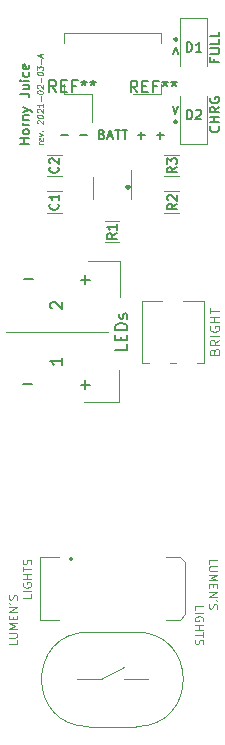
<source format=gbr>
%TF.GenerationSoftware,KiCad,Pcbnew,(5.1.6)-1*%
%TF.CreationDate,2021-02-04T17:03:45-05:00*%
%TF.ProjectId,horny_charger,686f726e-795f-4636-9861-726765722e6b,rev?*%
%TF.SameCoordinates,Original*%
%TF.FileFunction,Legend,Top*%
%TF.FilePolarity,Positive*%
%FSLAX46Y46*%
G04 Gerber Fmt 4.6, Leading zero omitted, Abs format (unit mm)*
G04 Created by KiCad (PCBNEW (5.1.6)-1) date 2021-02-04 17:03:45*
%MOMM*%
%LPD*%
G01*
G04 APERTURE LIST*
%ADD10C,0.300000*%
%ADD11C,0.125000*%
%ADD12C,0.120000*%
%ADD13C,0.150000*%
%ADD14C,0.200000*%
G04 APERTURE END LIST*
D10*
X148425000Y-54485714D02*
X148496428Y-54557142D01*
X148425000Y-54628571D01*
X148353571Y-54557142D01*
X148425000Y-54485714D01*
X148425000Y-54628571D01*
D11*
X155742857Y-68457142D02*
X155780952Y-68342857D01*
X155819047Y-68304761D01*
X155895238Y-68266666D01*
X156009523Y-68266666D01*
X156085714Y-68304761D01*
X156123809Y-68342857D01*
X156161904Y-68419047D01*
X156161904Y-68723809D01*
X155361904Y-68723809D01*
X155361904Y-68457142D01*
X155400000Y-68380952D01*
X155438095Y-68342857D01*
X155514285Y-68304761D01*
X155590476Y-68304761D01*
X155666666Y-68342857D01*
X155704761Y-68380952D01*
X155742857Y-68457142D01*
X155742857Y-68723809D01*
X156161904Y-67466666D02*
X155780952Y-67733333D01*
X156161904Y-67923809D02*
X155361904Y-67923809D01*
X155361904Y-67619047D01*
X155400000Y-67542857D01*
X155438095Y-67504761D01*
X155514285Y-67466666D01*
X155628571Y-67466666D01*
X155704761Y-67504761D01*
X155742857Y-67542857D01*
X155780952Y-67619047D01*
X155780952Y-67923809D01*
X156161904Y-67123809D02*
X155361904Y-67123809D01*
X155400000Y-66323809D02*
X155361904Y-66400000D01*
X155361904Y-66514285D01*
X155400000Y-66628571D01*
X155476190Y-66704761D01*
X155552380Y-66742857D01*
X155704761Y-66780952D01*
X155819047Y-66780952D01*
X155971428Y-66742857D01*
X156047619Y-66704761D01*
X156123809Y-66628571D01*
X156161904Y-66514285D01*
X156161904Y-66438095D01*
X156123809Y-66323809D01*
X156085714Y-66285714D01*
X155819047Y-66285714D01*
X155819047Y-66438095D01*
X156161904Y-65942857D02*
X155361904Y-65942857D01*
X155742857Y-65942857D02*
X155742857Y-65485714D01*
X156161904Y-65485714D02*
X155361904Y-65485714D01*
X155361904Y-65219047D02*
X155361904Y-64761904D01*
X156161904Y-64990476D02*
X155361904Y-64990476D01*
D12*
X147750000Y-60800000D02*
X145000000Y-60800000D01*
X147750000Y-63800000D02*
X147750000Y-60800000D01*
D11*
X155270833Y-86400000D02*
X155270833Y-86066666D01*
X155970833Y-86066666D01*
X155970833Y-86633333D02*
X155404166Y-86633333D01*
X155337500Y-86666666D01*
X155304166Y-86700000D01*
X155270833Y-86766666D01*
X155270833Y-86900000D01*
X155304166Y-86966666D01*
X155337500Y-87000000D01*
X155404166Y-87033333D01*
X155970833Y-87033333D01*
X155270833Y-87366666D02*
X155970833Y-87366666D01*
X155470833Y-87600000D01*
X155970833Y-87833333D01*
X155270833Y-87833333D01*
X155637500Y-88166666D02*
X155637500Y-88400000D01*
X155270833Y-88500000D02*
X155270833Y-88166666D01*
X155970833Y-88166666D01*
X155970833Y-88500000D01*
X155270833Y-88800000D02*
X155970833Y-88800000D01*
X155270833Y-89200000D01*
X155970833Y-89200000D01*
X155970833Y-89566666D02*
X155837500Y-89500000D01*
X155304166Y-89833333D02*
X155270833Y-89933333D01*
X155270833Y-90100000D01*
X155304166Y-90166666D01*
X155337500Y-90200000D01*
X155404166Y-90233333D01*
X155470833Y-90233333D01*
X155537500Y-90200000D01*
X155570833Y-90166666D01*
X155604166Y-90100000D01*
X155637500Y-89966666D01*
X155670833Y-89900000D01*
X155704166Y-89866666D01*
X155770833Y-89833333D01*
X155837500Y-89833333D01*
X155904166Y-89866666D01*
X155937500Y-89900000D01*
X155970833Y-89966666D01*
X155970833Y-90133333D01*
X155937500Y-90233333D01*
X154095833Y-90333333D02*
X154095833Y-90000000D01*
X154795833Y-90000000D01*
X154095833Y-90566666D02*
X154795833Y-90566666D01*
X154762500Y-91266666D02*
X154795833Y-91200000D01*
X154795833Y-91100000D01*
X154762500Y-91000000D01*
X154695833Y-90933333D01*
X154629166Y-90900000D01*
X154495833Y-90866666D01*
X154395833Y-90866666D01*
X154262500Y-90900000D01*
X154195833Y-90933333D01*
X154129166Y-91000000D01*
X154095833Y-91100000D01*
X154095833Y-91166666D01*
X154129166Y-91266666D01*
X154162500Y-91300000D01*
X154395833Y-91300000D01*
X154395833Y-91166666D01*
X154095833Y-91600000D02*
X154795833Y-91600000D01*
X154462500Y-91600000D02*
X154462500Y-92000000D01*
X154095833Y-92000000D02*
X154795833Y-92000000D01*
X154795833Y-92233333D02*
X154795833Y-92633333D01*
X154095833Y-92433333D02*
X154795833Y-92433333D01*
X154129166Y-92833333D02*
X154095833Y-92933333D01*
X154095833Y-93100000D01*
X154129166Y-93166666D01*
X154162500Y-93200000D01*
X154229166Y-93233333D01*
X154295833Y-93233333D01*
X154362500Y-93200000D01*
X154395833Y-93166666D01*
X154429166Y-93100000D01*
X154462500Y-92966666D01*
X154495833Y-92900000D01*
X154529166Y-92866666D01*
X154595833Y-92833333D01*
X154662500Y-92833333D01*
X154729166Y-92866666D01*
X154762500Y-92900000D01*
X154795833Y-92966666D01*
X154795833Y-93133333D01*
X154762500Y-93233333D01*
D13*
X140061904Y-50862023D02*
X139261904Y-50862023D01*
X139642857Y-50862023D02*
X139642857Y-50404880D01*
X140061904Y-50404880D02*
X139261904Y-50404880D01*
X140061904Y-49909642D02*
X140023809Y-49985833D01*
X139985714Y-50023928D01*
X139909523Y-50062023D01*
X139680952Y-50062023D01*
X139604761Y-50023928D01*
X139566666Y-49985833D01*
X139528571Y-49909642D01*
X139528571Y-49795357D01*
X139566666Y-49719166D01*
X139604761Y-49681071D01*
X139680952Y-49642976D01*
X139909523Y-49642976D01*
X139985714Y-49681071D01*
X140023809Y-49719166D01*
X140061904Y-49795357D01*
X140061904Y-49909642D01*
X140061904Y-49300119D02*
X139528571Y-49300119D01*
X139680952Y-49300119D02*
X139604761Y-49262023D01*
X139566666Y-49223928D01*
X139528571Y-49147738D01*
X139528571Y-49071547D01*
X139528571Y-48804880D02*
X140061904Y-48804880D01*
X139604761Y-48804880D02*
X139566666Y-48766785D01*
X139528571Y-48690595D01*
X139528571Y-48576309D01*
X139566666Y-48500119D01*
X139642857Y-48462023D01*
X140061904Y-48462023D01*
X139528571Y-48157261D02*
X140061904Y-47966785D01*
X139528571Y-47776309D02*
X140061904Y-47966785D01*
X140252380Y-48042976D01*
X140290476Y-48081071D01*
X140328571Y-48157261D01*
X139261904Y-46633452D02*
X139833333Y-46633452D01*
X139947619Y-46671547D01*
X140023809Y-46747738D01*
X140061904Y-46862023D01*
X140061904Y-46938214D01*
X139528571Y-45909642D02*
X140061904Y-45909642D01*
X139528571Y-46252500D02*
X139947619Y-46252500D01*
X140023809Y-46214404D01*
X140061904Y-46138214D01*
X140061904Y-46023928D01*
X140023809Y-45947738D01*
X139985714Y-45909642D01*
X140061904Y-45528690D02*
X139528571Y-45528690D01*
X139261904Y-45528690D02*
X139300000Y-45566785D01*
X139338095Y-45528690D01*
X139300000Y-45490595D01*
X139261904Y-45528690D01*
X139338095Y-45528690D01*
X140023809Y-44804880D02*
X140061904Y-44881071D01*
X140061904Y-45033452D01*
X140023809Y-45109642D01*
X139985714Y-45147738D01*
X139909523Y-45185833D01*
X139680952Y-45185833D01*
X139604761Y-45147738D01*
X139566666Y-45109642D01*
X139528571Y-45033452D01*
X139528571Y-44881071D01*
X139566666Y-44804880D01*
X140023809Y-44157261D02*
X140061904Y-44233452D01*
X140061904Y-44385833D01*
X140023809Y-44462023D01*
X139947619Y-44500119D01*
X139642857Y-44500119D01*
X139566666Y-44462023D01*
X139528571Y-44385833D01*
X139528571Y-44233452D01*
X139566666Y-44157261D01*
X139642857Y-44119166D01*
X139719047Y-44119166D01*
X139795238Y-44500119D01*
D11*
X139029166Y-92900000D02*
X139029166Y-93233333D01*
X138329166Y-93233333D01*
X138329166Y-92666666D02*
X138895833Y-92666666D01*
X138962500Y-92633333D01*
X138995833Y-92600000D01*
X139029166Y-92533333D01*
X139029166Y-92400000D01*
X138995833Y-92333333D01*
X138962500Y-92300000D01*
X138895833Y-92266666D01*
X138329166Y-92266666D01*
X139029166Y-91933333D02*
X138329166Y-91933333D01*
X138829166Y-91700000D01*
X138329166Y-91466666D01*
X139029166Y-91466666D01*
X138662500Y-91133333D02*
X138662500Y-90900000D01*
X139029166Y-90800000D02*
X139029166Y-91133333D01*
X138329166Y-91133333D01*
X138329166Y-90800000D01*
X139029166Y-90500000D02*
X138329166Y-90500000D01*
X139029166Y-90100000D01*
X138329166Y-90100000D01*
X138329166Y-89733333D02*
X138462500Y-89800000D01*
X138995833Y-89466666D02*
X139029166Y-89366666D01*
X139029166Y-89200000D01*
X138995833Y-89133333D01*
X138962500Y-89100000D01*
X138895833Y-89066666D01*
X138829166Y-89066666D01*
X138762500Y-89100000D01*
X138729166Y-89133333D01*
X138695833Y-89200000D01*
X138662500Y-89333333D01*
X138629166Y-89400000D01*
X138595833Y-89433333D01*
X138529166Y-89466666D01*
X138462500Y-89466666D01*
X138395833Y-89433333D01*
X138362500Y-89400000D01*
X138329166Y-89333333D01*
X138329166Y-89166666D01*
X138362500Y-89066666D01*
X140204166Y-88966666D02*
X140204166Y-89300000D01*
X139504166Y-89300000D01*
X140204166Y-88733333D02*
X139504166Y-88733333D01*
X139537500Y-88033333D02*
X139504166Y-88100000D01*
X139504166Y-88200000D01*
X139537500Y-88300000D01*
X139604166Y-88366666D01*
X139670833Y-88400000D01*
X139804166Y-88433333D01*
X139904166Y-88433333D01*
X140037500Y-88400000D01*
X140104166Y-88366666D01*
X140170833Y-88300000D01*
X140204166Y-88200000D01*
X140204166Y-88133333D01*
X140170833Y-88033333D01*
X140137500Y-88000000D01*
X139904166Y-88000000D01*
X139904166Y-88133333D01*
X140204166Y-87700000D02*
X139504166Y-87700000D01*
X139837500Y-87700000D02*
X139837500Y-87300000D01*
X140204166Y-87300000D02*
X139504166Y-87300000D01*
X139504166Y-87066666D02*
X139504166Y-86666666D01*
X140204166Y-86866666D02*
X139504166Y-86866666D01*
X140170833Y-86466666D02*
X140204166Y-86366666D01*
X140204166Y-86200000D01*
X140170833Y-86133333D01*
X140137500Y-86100000D01*
X140070833Y-86066666D01*
X140004166Y-86066666D01*
X139937500Y-86100000D01*
X139904166Y-86133333D01*
X139870833Y-86200000D01*
X139837500Y-86333333D01*
X139804166Y-86400000D01*
X139770833Y-86433333D01*
X139704166Y-86466666D01*
X139637500Y-86466666D01*
X139570833Y-86433333D01*
X139537500Y-86400000D01*
X139504166Y-86333333D01*
X139504166Y-86166666D01*
X139537500Y-86066666D01*
D13*
X155742857Y-43652380D02*
X155742857Y-43919047D01*
X156161904Y-43919047D02*
X155361904Y-43919047D01*
X155361904Y-43538095D01*
X155361904Y-43233333D02*
X156009523Y-43233333D01*
X156085714Y-43195238D01*
X156123809Y-43157142D01*
X156161904Y-43080952D01*
X156161904Y-42928571D01*
X156123809Y-42852380D01*
X156085714Y-42814285D01*
X156009523Y-42776190D01*
X155361904Y-42776190D01*
X156161904Y-42014285D02*
X156161904Y-42395238D01*
X155361904Y-42395238D01*
X156161904Y-41366666D02*
X156161904Y-41747619D01*
X155361904Y-41747619D01*
X156085714Y-49371428D02*
X156123809Y-49409523D01*
X156161904Y-49523809D01*
X156161904Y-49600000D01*
X156123809Y-49714285D01*
X156047619Y-49790476D01*
X155971428Y-49828571D01*
X155819047Y-49866666D01*
X155704761Y-49866666D01*
X155552380Y-49828571D01*
X155476190Y-49790476D01*
X155400000Y-49714285D01*
X155361904Y-49600000D01*
X155361904Y-49523809D01*
X155400000Y-49409523D01*
X155438095Y-49371428D01*
X156161904Y-49028571D02*
X155361904Y-49028571D01*
X155742857Y-49028571D02*
X155742857Y-48571428D01*
X156161904Y-48571428D02*
X155361904Y-48571428D01*
X156161904Y-47733333D02*
X155780952Y-48000000D01*
X156161904Y-48190476D02*
X155361904Y-48190476D01*
X155361904Y-47885714D01*
X155400000Y-47809523D01*
X155438095Y-47771428D01*
X155514285Y-47733333D01*
X155628571Y-47733333D01*
X155704761Y-47771428D01*
X155742857Y-47809523D01*
X155780952Y-47885714D01*
X155780952Y-48190476D01*
X155400000Y-46971428D02*
X155361904Y-47047619D01*
X155361904Y-47161904D01*
X155400000Y-47276190D01*
X155476190Y-47352380D01*
X155552380Y-47390476D01*
X155704761Y-47428571D01*
X155819047Y-47428571D01*
X155971428Y-47390476D01*
X156047619Y-47352380D01*
X156123809Y-47276190D01*
X156161904Y-47161904D01*
X156161904Y-47085714D01*
X156123809Y-46971428D01*
X156085714Y-46933333D01*
X155819047Y-46933333D01*
X155819047Y-47085714D01*
X142738095Y-50157142D02*
X143347619Y-50157142D01*
X144338095Y-50157142D02*
X144947619Y-50157142D01*
X146204761Y-50042857D02*
X146319047Y-50080952D01*
X146357142Y-50119047D01*
X146395238Y-50195238D01*
X146395238Y-50309523D01*
X146357142Y-50385714D01*
X146319047Y-50423809D01*
X146242857Y-50461904D01*
X145938095Y-50461904D01*
X145938095Y-49661904D01*
X146204761Y-49661904D01*
X146280952Y-49700000D01*
X146319047Y-49738095D01*
X146357142Y-49814285D01*
X146357142Y-49890476D01*
X146319047Y-49966666D01*
X146280952Y-50004761D01*
X146204761Y-50042857D01*
X145938095Y-50042857D01*
X146700000Y-50233333D02*
X147080952Y-50233333D01*
X146623809Y-50461904D02*
X146890476Y-49661904D01*
X147157142Y-50461904D01*
X147309523Y-49661904D02*
X147766666Y-49661904D01*
X147538095Y-50461904D02*
X147538095Y-49661904D01*
X147919047Y-49661904D02*
X148376190Y-49661904D01*
X148147619Y-50461904D02*
X148147619Y-49661904D01*
X149252380Y-50157142D02*
X149861904Y-50157142D01*
X149557142Y-50461904D02*
X149557142Y-49852380D01*
X150852380Y-50157142D02*
X151461904Y-50157142D01*
X151157142Y-50461904D02*
X151157142Y-49852380D01*
D14*
X152671428Y-47700000D02*
X152442857Y-48309523D01*
X152214285Y-47700000D01*
X152519047Y-48919047D02*
X152366666Y-48919047D01*
X152366666Y-48957142D02*
X152519047Y-48957142D01*
X152557142Y-48995238D02*
X152328571Y-48995238D01*
X152366666Y-49033333D02*
X152519047Y-49033333D01*
X152519047Y-49071428D02*
X152366666Y-49071428D01*
X152404761Y-48919047D02*
X152328571Y-48995238D01*
X152404761Y-49071428D01*
X152480952Y-48919047D02*
X152557142Y-48995238D01*
X152480952Y-49071428D01*
X152519047Y-48919047D02*
X152557142Y-48995238D01*
X152519047Y-49071428D01*
X152442857Y-49109523D01*
X152366666Y-49071428D01*
X152328571Y-48995238D01*
X152366666Y-48919047D01*
X152442857Y-48880952D01*
X152519047Y-48919047D01*
D11*
X141226190Y-50901674D02*
X140892857Y-50860007D01*
X140988095Y-50871912D02*
X140940476Y-50842150D01*
X140916666Y-50815364D01*
X140892857Y-50764769D01*
X140892857Y-50717150D01*
X141202380Y-50398697D02*
X141226190Y-50449293D01*
X141226190Y-50544531D01*
X141202380Y-50589174D01*
X141154761Y-50607031D01*
X140964285Y-50583221D01*
X140916666Y-50553459D01*
X140892857Y-50502864D01*
X140892857Y-50407626D01*
X140916666Y-50362983D01*
X140964285Y-50345126D01*
X141011904Y-50351078D01*
X141059523Y-50595126D01*
X140892857Y-50169531D02*
X141226190Y-50092150D01*
X140892857Y-49931436D01*
X141178571Y-49776674D02*
X141202380Y-49755840D01*
X141226190Y-49782626D01*
X141202380Y-49803459D01*
X141178571Y-49776674D01*
X141226190Y-49782626D01*
X140773809Y-49130840D02*
X140750000Y-49104055D01*
X140726190Y-49053459D01*
X140726190Y-48934412D01*
X140750000Y-48889769D01*
X140773809Y-48868936D01*
X140821428Y-48851078D01*
X140869047Y-48857031D01*
X140940476Y-48889769D01*
X141226190Y-49211197D01*
X141226190Y-48901674D01*
X140726190Y-48529650D02*
X140726190Y-48482031D01*
X140750000Y-48437388D01*
X140773809Y-48416555D01*
X140821428Y-48398697D01*
X140916666Y-48386793D01*
X141035714Y-48401674D01*
X141130952Y-48437388D01*
X141178571Y-48467150D01*
X141202380Y-48493936D01*
X141226190Y-48544531D01*
X141226190Y-48592150D01*
X141202380Y-48636793D01*
X141178571Y-48657626D01*
X141130952Y-48675483D01*
X141035714Y-48687388D01*
X140916666Y-48672507D01*
X140821428Y-48636793D01*
X140773809Y-48607031D01*
X140750000Y-48580245D01*
X140726190Y-48529650D01*
X140773809Y-48178459D02*
X140750000Y-48151674D01*
X140726190Y-48101078D01*
X140726190Y-47982031D01*
X140750000Y-47937388D01*
X140773809Y-47916555D01*
X140821428Y-47898697D01*
X140869047Y-47904650D01*
X140940476Y-47937388D01*
X141226190Y-48258816D01*
X141226190Y-47949293D01*
X141226190Y-47473102D02*
X141226190Y-47758816D01*
X141226190Y-47615959D02*
X140726190Y-47553459D01*
X140797619Y-47610007D01*
X140845238Y-47663578D01*
X140869047Y-47714174D01*
X141035714Y-47235007D02*
X141035714Y-46854055D01*
X140726190Y-46482031D02*
X140726190Y-46434412D01*
X140750000Y-46389769D01*
X140773809Y-46368936D01*
X140821428Y-46351078D01*
X140916666Y-46339174D01*
X141035714Y-46354055D01*
X141130952Y-46389769D01*
X141178571Y-46419531D01*
X141202380Y-46446316D01*
X141226190Y-46496912D01*
X141226190Y-46544531D01*
X141202380Y-46589174D01*
X141178571Y-46610007D01*
X141130952Y-46627864D01*
X141035714Y-46639769D01*
X140916666Y-46624888D01*
X140821428Y-46589174D01*
X140773809Y-46559412D01*
X140750000Y-46532626D01*
X140726190Y-46482031D01*
X140773809Y-46130840D02*
X140750000Y-46104055D01*
X140726190Y-46053459D01*
X140726190Y-45934412D01*
X140750000Y-45889769D01*
X140773809Y-45868936D01*
X140821428Y-45851078D01*
X140869047Y-45857031D01*
X140940476Y-45889769D01*
X141226190Y-46211197D01*
X141226190Y-45901674D01*
X141035714Y-45663578D02*
X141035714Y-45282626D01*
X140726190Y-44910602D02*
X140726190Y-44862983D01*
X140750000Y-44818340D01*
X140773809Y-44797507D01*
X140821428Y-44779650D01*
X140916666Y-44767745D01*
X141035714Y-44782626D01*
X141130952Y-44818340D01*
X141178571Y-44848102D01*
X141202380Y-44874888D01*
X141226190Y-44925483D01*
X141226190Y-44973102D01*
X141202380Y-45017745D01*
X141178571Y-45038578D01*
X141130952Y-45056436D01*
X141035714Y-45068340D01*
X140916666Y-45053459D01*
X140821428Y-45017745D01*
X140773809Y-44987983D01*
X140750000Y-44961197D01*
X140726190Y-44910602D01*
X140726190Y-44577269D02*
X140726190Y-44267745D01*
X140916666Y-44458221D01*
X140916666Y-44386793D01*
X140940476Y-44342150D01*
X140964285Y-44321316D01*
X141011904Y-44303459D01*
X141130952Y-44318340D01*
X141178571Y-44348102D01*
X141202380Y-44374888D01*
X141226190Y-44425483D01*
X141226190Y-44568340D01*
X141202380Y-44612983D01*
X141178571Y-44633816D01*
X141035714Y-44092150D02*
X141035714Y-43711197D01*
X141083333Y-43502864D02*
X141083333Y-43264769D01*
X141226190Y-43568340D02*
X140726190Y-43339174D01*
X141226190Y-43235007D01*
D14*
X152228571Y-43300000D02*
X152457142Y-42690476D01*
X152685714Y-43300000D01*
X152380952Y-42080952D02*
X152533333Y-42080952D01*
X152533333Y-42042857D02*
X152380952Y-42042857D01*
X152342857Y-42004761D02*
X152571428Y-42004761D01*
X152533333Y-41966666D02*
X152380952Y-41966666D01*
X152380952Y-41928571D02*
X152533333Y-41928571D01*
X152495238Y-42080952D02*
X152571428Y-42004761D01*
X152495238Y-41928571D01*
X152419047Y-42080952D02*
X152342857Y-42004761D01*
X152419047Y-41928571D01*
X152380952Y-42080952D02*
X152342857Y-42004761D01*
X152380952Y-41928571D01*
X152457142Y-41890476D01*
X152533333Y-41928571D01*
X152571428Y-42004761D01*
X152533333Y-42080952D01*
X152457142Y-42119047D01*
X152380952Y-42080952D01*
D12*
X138100000Y-66800000D02*
X146700000Y-66800000D01*
X147700000Y-72750000D02*
X147700000Y-70000000D01*
X144700000Y-72750000D02*
X147700000Y-72750000D01*
D13*
X148352380Y-67847619D02*
X148352380Y-68323809D01*
X147352380Y-68323809D01*
X147828571Y-67514285D02*
X147828571Y-67180952D01*
X148352380Y-67038095D02*
X148352380Y-67514285D01*
X147352380Y-67514285D01*
X147352380Y-67038095D01*
X148352380Y-66609523D02*
X147352380Y-66609523D01*
X147352380Y-66371428D01*
X147400000Y-66228571D01*
X147495238Y-66133333D01*
X147590476Y-66085714D01*
X147780952Y-66038095D01*
X147923809Y-66038095D01*
X148114285Y-66085714D01*
X148209523Y-66133333D01*
X148304761Y-66228571D01*
X148352380Y-66371428D01*
X148352380Y-66609523D01*
X148304761Y-65657142D02*
X148352380Y-65561904D01*
X148352380Y-65371428D01*
X148304761Y-65276190D01*
X148209523Y-65228571D01*
X148161904Y-65228571D01*
X148066666Y-65276190D01*
X148019047Y-65371428D01*
X148019047Y-65514285D01*
X147971428Y-65609523D01*
X147876190Y-65657142D01*
X147828571Y-65657142D01*
X147733333Y-65609523D01*
X147685714Y-65514285D01*
X147685714Y-65371428D01*
X147733333Y-65276190D01*
X142852380Y-68995238D02*
X142852380Y-69566666D01*
X142852380Y-69280952D02*
X141852380Y-69280952D01*
X141995238Y-69376190D01*
X142090476Y-69471428D01*
X142138095Y-69566666D01*
X141947619Y-64804761D02*
X141900000Y-64757142D01*
X141852380Y-64661904D01*
X141852380Y-64423809D01*
X141900000Y-64328571D01*
X141947619Y-64280952D01*
X142042857Y-64233333D01*
X142138095Y-64233333D01*
X142280952Y-64280952D01*
X142852380Y-64852380D01*
X142852380Y-64233333D01*
X144419047Y-71271428D02*
X145180952Y-71271428D01*
X144800000Y-71652380D02*
X144800000Y-70890476D01*
X144419047Y-62371428D02*
X145180952Y-62371428D01*
X144800000Y-62752380D02*
X144800000Y-61990476D01*
X140280952Y-71228571D02*
X139519047Y-71228571D01*
X140380952Y-62328571D02*
X139619047Y-62328571D01*
D12*
%TO.C,RV1*%
X150160000Y-69420000D02*
X149580000Y-69420000D01*
X152460000Y-69420000D02*
X151940000Y-69420000D01*
X154820000Y-69420000D02*
X154239000Y-69420000D01*
X151310000Y-64180000D02*
X149580000Y-64180000D01*
X154820000Y-64180000D02*
X153090000Y-64180000D01*
X149580000Y-64180000D02*
X149580000Y-69420000D01*
X154820000Y-64180000D02*
X154820000Y-69420000D01*
%TO.C,R3*%
X151497936Y-53610000D02*
X152702064Y-53610000D01*
X151497936Y-51790000D02*
X152702064Y-51790000D01*
%TO.C,D2*%
X155135000Y-50860000D02*
X155135000Y-46800000D01*
X152865000Y-50860000D02*
X155135000Y-50860000D01*
X152865000Y-46800000D02*
X152865000Y-50860000D01*
%TO.C,D1*%
X152865000Y-40240000D02*
X152865000Y-44300000D01*
X155135000Y-40240000D02*
X152865000Y-40240000D01*
X155135000Y-44300000D02*
X155135000Y-40240000D01*
%TO.C,U1*%
X145490000Y-53700000D02*
X145490000Y-55500000D01*
X148710000Y-55500000D02*
X148710000Y-53050000D01*
%TO.C,R2*%
X151497936Y-54890000D02*
X152702064Y-54890000D01*
X151497936Y-56710000D02*
X152702064Y-56710000D01*
%TO.C,R1*%
X146497936Y-57390000D02*
X147702064Y-57390000D01*
X146497936Y-59210000D02*
X147702064Y-59210000D01*
%TO.C,C2*%
X142802064Y-53610000D02*
X141597936Y-53610000D01*
X142802064Y-51790000D02*
X141597936Y-51790000D01*
%TO.C,C1*%
X141597936Y-54890000D02*
X142802064Y-54890000D01*
X141597936Y-56710000D02*
X142802064Y-56710000D01*
%TO.C,SW1*%
X147100000Y-92200000D02*
X149100000Y-92200000D01*
X149100000Y-100200000D02*
X145100000Y-100200000D01*
X145100000Y-92200000D02*
X147100000Y-92200000D01*
X144100000Y-96200000D02*
X146100000Y-96200000D01*
X146100000Y-96200000D02*
X148100000Y-95200000D01*
X148100000Y-96200000D02*
X150100000Y-96200000D01*
X145100000Y-100200000D02*
G75*
G02*
X145100000Y-92200000I0J4000000D01*
G01*
X149100000Y-92200000D02*
G75*
G02*
X149100000Y-100200000I0J-4000000D01*
G01*
%TO.C,J1*%
X140950000Y-85850000D02*
X140950000Y-91150000D01*
X140950000Y-85850000D02*
X142600000Y-85850000D01*
X140950000Y-91150000D02*
X142600000Y-91150000D01*
X153250000Y-86300000D02*
X153250000Y-90700000D01*
X151600000Y-85850000D02*
X152800000Y-85850000D01*
X151600000Y-91150000D02*
X152800000Y-91150000D01*
X152800000Y-85850000D02*
X153250000Y-86300000D01*
X152800000Y-91150000D02*
X153250000Y-90700000D01*
D13*
X143711803Y-86000000D02*
G75*
G03*
X143711803Y-86000000I-111803J0D01*
G01*
D12*
%TO.C,BT1*%
X143015000Y-45810000D02*
X143015000Y-46660000D01*
X143015000Y-46660000D02*
X145340000Y-46660000D01*
X145340000Y-46660000D02*
X145340000Y-49050000D01*
X151185000Y-45810000D02*
X151185000Y-46660000D01*
X151185000Y-46660000D02*
X148860000Y-46660000D01*
X143015000Y-42290000D02*
X143015000Y-41440000D01*
X143015000Y-41440000D02*
X151185000Y-41440000D01*
X151185000Y-41440000D02*
X151185000Y-42290000D01*
%TO.C,REF\u002A\u002A*%
D13*
X142341666Y-46477380D02*
X142008333Y-46001190D01*
X141770238Y-46477380D02*
X141770238Y-45477380D01*
X142151190Y-45477380D01*
X142246428Y-45525000D01*
X142294047Y-45572619D01*
X142341666Y-45667857D01*
X142341666Y-45810714D01*
X142294047Y-45905952D01*
X142246428Y-45953571D01*
X142151190Y-46001190D01*
X141770238Y-46001190D01*
X142770238Y-45953571D02*
X143103571Y-45953571D01*
X143246428Y-46477380D02*
X142770238Y-46477380D01*
X142770238Y-45477380D01*
X143246428Y-45477380D01*
X144008333Y-45953571D02*
X143675000Y-45953571D01*
X143675000Y-46477380D02*
X143675000Y-45477380D01*
X144151190Y-45477380D01*
X144675000Y-45477380D02*
X144675000Y-45715476D01*
X144436904Y-45620238D02*
X144675000Y-45715476D01*
X144913095Y-45620238D01*
X144532142Y-45905952D02*
X144675000Y-45715476D01*
X144817857Y-45905952D01*
X145436904Y-45477380D02*
X145436904Y-45715476D01*
X145198809Y-45620238D02*
X145436904Y-45715476D01*
X145675000Y-45620238D01*
X145294047Y-45905952D02*
X145436904Y-45715476D01*
X145579761Y-45905952D01*
X149216666Y-46502380D02*
X148883333Y-46026190D01*
X148645238Y-46502380D02*
X148645238Y-45502380D01*
X149026190Y-45502380D01*
X149121428Y-45550000D01*
X149169047Y-45597619D01*
X149216666Y-45692857D01*
X149216666Y-45835714D01*
X149169047Y-45930952D01*
X149121428Y-45978571D01*
X149026190Y-46026190D01*
X148645238Y-46026190D01*
X149645238Y-45978571D02*
X149978571Y-45978571D01*
X150121428Y-46502380D02*
X149645238Y-46502380D01*
X149645238Y-45502380D01*
X150121428Y-45502380D01*
X150883333Y-45978571D02*
X150550000Y-45978571D01*
X150550000Y-46502380D02*
X150550000Y-45502380D01*
X151026190Y-45502380D01*
X151550000Y-45502380D02*
X151550000Y-45740476D01*
X151311904Y-45645238D02*
X151550000Y-45740476D01*
X151788095Y-45645238D01*
X151407142Y-45930952D02*
X151550000Y-45740476D01*
X151692857Y-45930952D01*
X152311904Y-45502380D02*
X152311904Y-45740476D01*
X152073809Y-45645238D02*
X152311904Y-45740476D01*
X152550000Y-45645238D01*
X152169047Y-45930952D02*
X152311904Y-45740476D01*
X152454761Y-45930952D01*
%TO.C,R3*%
X152561904Y-52833333D02*
X152180952Y-53100000D01*
X152561904Y-53290476D02*
X151761904Y-53290476D01*
X151761904Y-52985714D01*
X151800000Y-52909523D01*
X151838095Y-52871428D01*
X151914285Y-52833333D01*
X152028571Y-52833333D01*
X152104761Y-52871428D01*
X152142857Y-52909523D01*
X152180952Y-52985714D01*
X152180952Y-53290476D01*
X151761904Y-52566666D02*
X151761904Y-52071428D01*
X152066666Y-52338095D01*
X152066666Y-52223809D01*
X152104761Y-52147619D01*
X152142857Y-52109523D01*
X152219047Y-52071428D01*
X152409523Y-52071428D01*
X152485714Y-52109523D01*
X152523809Y-52147619D01*
X152561904Y-52223809D01*
X152561904Y-52452380D01*
X152523809Y-52528571D01*
X152485714Y-52566666D01*
%TO.C,D2*%
X153409523Y-48761904D02*
X153409523Y-47961904D01*
X153600000Y-47961904D01*
X153714285Y-48000000D01*
X153790476Y-48076190D01*
X153828571Y-48152380D01*
X153866666Y-48304761D01*
X153866666Y-48419047D01*
X153828571Y-48571428D01*
X153790476Y-48647619D01*
X153714285Y-48723809D01*
X153600000Y-48761904D01*
X153409523Y-48761904D01*
X154171428Y-48038095D02*
X154209523Y-48000000D01*
X154285714Y-47961904D01*
X154476190Y-47961904D01*
X154552380Y-48000000D01*
X154590476Y-48038095D01*
X154628571Y-48114285D01*
X154628571Y-48190476D01*
X154590476Y-48304761D01*
X154133333Y-48761904D01*
X154628571Y-48761904D01*
%TO.C,D1*%
X153409523Y-43061904D02*
X153409523Y-42261904D01*
X153600000Y-42261904D01*
X153714285Y-42300000D01*
X153790476Y-42376190D01*
X153828571Y-42452380D01*
X153866666Y-42604761D01*
X153866666Y-42719047D01*
X153828571Y-42871428D01*
X153790476Y-42947619D01*
X153714285Y-43023809D01*
X153600000Y-43061904D01*
X153409523Y-43061904D01*
X154628571Y-43061904D02*
X154171428Y-43061904D01*
X154400000Y-43061904D02*
X154400000Y-42261904D01*
X154323809Y-42376190D01*
X154247619Y-42452380D01*
X154171428Y-42490476D01*
%TO.C,R2*%
X152561904Y-55933333D02*
X152180952Y-56200000D01*
X152561904Y-56390476D02*
X151761904Y-56390476D01*
X151761904Y-56085714D01*
X151800000Y-56009523D01*
X151838095Y-55971428D01*
X151914285Y-55933333D01*
X152028571Y-55933333D01*
X152104761Y-55971428D01*
X152142857Y-56009523D01*
X152180952Y-56085714D01*
X152180952Y-56390476D01*
X151838095Y-55628571D02*
X151800000Y-55590476D01*
X151761904Y-55514285D01*
X151761904Y-55323809D01*
X151800000Y-55247619D01*
X151838095Y-55209523D01*
X151914285Y-55171428D01*
X151990476Y-55171428D01*
X152104761Y-55209523D01*
X152561904Y-55666666D01*
X152561904Y-55171428D01*
%TO.C,R1*%
X147461904Y-58433333D02*
X147080952Y-58700000D01*
X147461904Y-58890476D02*
X146661904Y-58890476D01*
X146661904Y-58585714D01*
X146700000Y-58509523D01*
X146738095Y-58471428D01*
X146814285Y-58433333D01*
X146928571Y-58433333D01*
X147004761Y-58471428D01*
X147042857Y-58509523D01*
X147080952Y-58585714D01*
X147080952Y-58890476D01*
X147461904Y-57671428D02*
X147461904Y-58128571D01*
X147461904Y-57900000D02*
X146661904Y-57900000D01*
X146776190Y-57976190D01*
X146852380Y-58052380D01*
X146890476Y-58128571D01*
%TO.C,C2*%
X142485714Y-52833333D02*
X142523809Y-52871428D01*
X142561904Y-52985714D01*
X142561904Y-53061904D01*
X142523809Y-53176190D01*
X142447619Y-53252380D01*
X142371428Y-53290476D01*
X142219047Y-53328571D01*
X142104761Y-53328571D01*
X141952380Y-53290476D01*
X141876190Y-53252380D01*
X141800000Y-53176190D01*
X141761904Y-53061904D01*
X141761904Y-52985714D01*
X141800000Y-52871428D01*
X141838095Y-52833333D01*
X141838095Y-52528571D02*
X141800000Y-52490476D01*
X141761904Y-52414285D01*
X141761904Y-52223809D01*
X141800000Y-52147619D01*
X141838095Y-52109523D01*
X141914285Y-52071428D01*
X141990476Y-52071428D01*
X142104761Y-52109523D01*
X142561904Y-52566666D01*
X142561904Y-52071428D01*
%TO.C,C1*%
X142485714Y-55933333D02*
X142523809Y-55971428D01*
X142561904Y-56085714D01*
X142561904Y-56161904D01*
X142523809Y-56276190D01*
X142447619Y-56352380D01*
X142371428Y-56390476D01*
X142219047Y-56428571D01*
X142104761Y-56428571D01*
X141952380Y-56390476D01*
X141876190Y-56352380D01*
X141800000Y-56276190D01*
X141761904Y-56161904D01*
X141761904Y-56085714D01*
X141800000Y-55971428D01*
X141838095Y-55933333D01*
X142561904Y-55171428D02*
X142561904Y-55628571D01*
X142561904Y-55400000D02*
X141761904Y-55400000D01*
X141876190Y-55476190D01*
X141952380Y-55552380D01*
X141990476Y-55628571D01*
%TD*%
M02*

</source>
